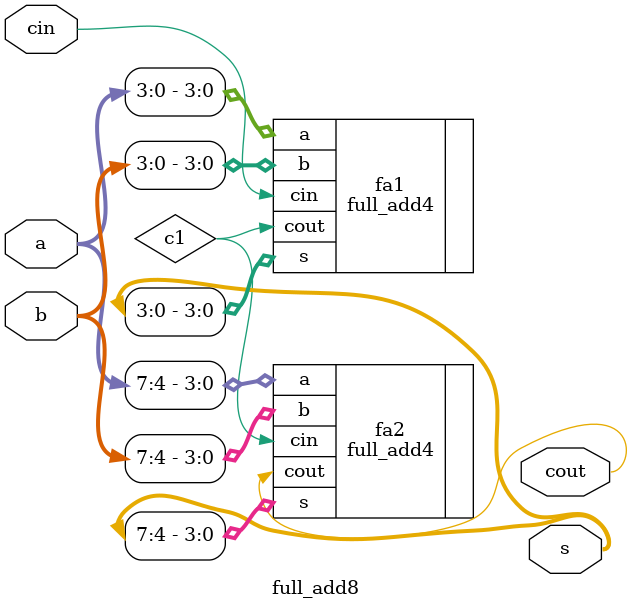
<source format=v>
`ifndef _full_add8
`define _full_add8

`include "full_add4.v"

module full_add8(a, b, cin, s, cout);
	input  [7:0]	a, b;
	input 			cin;
	output [7:0]	s;
	output 			cout;

	full_add4 fa1(.a(a[3:0]), .b(b[3:0]), .cin(cin), .s(s[3:0]), .cout(c1));
	full_add4 fa2(.a(a[7:4]), .b(b[7:4]), .cin(c1),  .s(s[7:4]), .cout(cout));

endmodule

`endif

</source>
